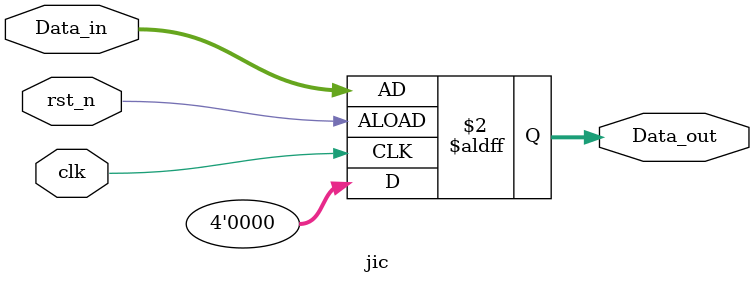
<source format=v>
module jic(
clk,rst_n,
Data_in,
Data_out
);

input clk;
input rst_n;
input[3:0] Data_in;
output reg[3:0] Data_out;

always@(posedge clk, negedge rst_n)
	begin
	if(rst_n)
		Data_out <=0;
	else
		Data_out <= Data_in;
   end


endmodule
</source>
